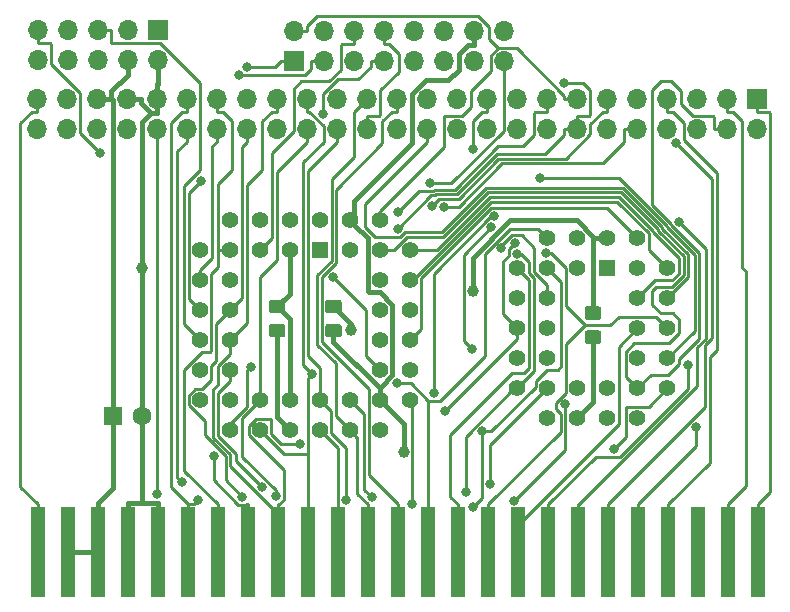
<source format=gbr>
G04 #@! TF.GenerationSoftware,KiCad,Pcbnew,5.1.5+dfsg1-2build2*
G04 #@! TF.CreationDate,2021-12-26T10:41:42+01:00*
G04 #@! TF.ProjectId,MSX USB Drive,4d535820-5553-4422-9044-726976652e6b,rev?*
G04 #@! TF.SameCoordinates,Original*
G04 #@! TF.FileFunction,Copper,L2,Bot*
G04 #@! TF.FilePolarity,Positive*
%FSLAX46Y46*%
G04 Gerber Fmt 4.6, Leading zero omitted, Abs format (unit mm)*
G04 Created by KiCad (PCBNEW 5.1.5+dfsg1-2build2) date 2021-12-26 10:41:42*
%MOMM*%
%LPD*%
G04 APERTURE LIST*
%ADD10O,1.700000X1.700000*%
%ADD11R,1.700000X1.700000*%
%ADD12C,1.600000*%
%ADD13R,1.600000X1.600000*%
%ADD14C,1.422400*%
%ADD15R,1.422400X1.422400*%
%ADD16C,1.397000*%
%ADD17R,1.397000X1.397000*%
%ADD18R,1.270000X7.620000*%
%ADD19C,0.100000*%
%ADD20C,1.000000*%
%ADD21C,0.800000*%
%ADD22C,0.400000*%
%ADD23C,0.250000*%
G04 APERTURE END LIST*
D10*
X614616000Y702437000D03*
X614616000Y704977000D03*
X617156000Y702437000D03*
X617156000Y704977000D03*
X619696000Y702437000D03*
X619696000Y704977000D03*
X622236000Y702437000D03*
X622236000Y704977000D03*
X624776000Y702437000D03*
X624776000Y704977000D03*
X627316000Y702437000D03*
X627316000Y704977000D03*
X629856000Y702437000D03*
X629856000Y704977000D03*
X632396000Y702437000D03*
X632396000Y704977000D03*
X634936000Y702437000D03*
X634936000Y704977000D03*
X637476000Y702437000D03*
X637476000Y704977000D03*
X640016000Y702437000D03*
X640016000Y704977000D03*
X642556000Y702437000D03*
X642556000Y704977000D03*
X645096000Y702437000D03*
X645096000Y704977000D03*
X647636000Y702437000D03*
X647636000Y704977000D03*
X650176000Y702437000D03*
X650176000Y704977000D03*
X652716000Y702437000D03*
X652716000Y704977000D03*
X655256000Y702437000D03*
X655256000Y704977000D03*
X657796000Y702437000D03*
X657796000Y704977000D03*
X660336000Y702437000D03*
X660336000Y704977000D03*
X662876000Y702437000D03*
X662876000Y704977000D03*
X665416000Y702437000D03*
X665416000Y704977000D03*
X667956000Y702437000D03*
X667956000Y704977000D03*
X670496000Y702437000D03*
X670496000Y704977000D03*
X673036000Y702437000D03*
X673036000Y704977000D03*
X675576000Y702437000D03*
D11*
X675576000Y704977000D03*
D12*
X623530000Y678116000D03*
D13*
X621030000Y678116000D03*
D14*
X667956000Y690626000D03*
X667956000Y688086000D03*
X667956000Y685546000D03*
X667956000Y683006000D03*
X665416000Y688086000D03*
X665416000Y685546000D03*
X665416000Y683006000D03*
X665416000Y680466000D03*
X665416000Y677926000D03*
X662876000Y677926000D03*
X660336000Y677926000D03*
X657796000Y677926000D03*
X667956000Y680466000D03*
X662876000Y680466000D03*
X660336000Y680466000D03*
X657796000Y680466000D03*
X655256000Y680466000D03*
X655256000Y683006000D03*
X655256000Y685546000D03*
X655256000Y688086000D03*
X655256000Y690626000D03*
X657796000Y683006000D03*
X657796000Y685546000D03*
X657796000Y688086000D03*
X657796000Y690626000D03*
X665416000Y693166000D03*
X662876000Y693166000D03*
X657796000Y693166000D03*
X660336000Y693166000D03*
X665416000Y690626000D03*
X660336000Y690626000D03*
D15*
X662876000Y690626000D03*
D16*
X638556000Y694690000D03*
X641096000Y692150000D03*
X641096000Y694690000D03*
X643636000Y692150000D03*
X643636000Y694690000D03*
X646176000Y692150000D03*
X643636000Y689610000D03*
X646176000Y689610000D03*
X643636000Y687070000D03*
X646176000Y687070000D03*
X643636000Y684530000D03*
X646176000Y684530000D03*
X643636000Y681990000D03*
X646176000Y681990000D03*
X643636000Y679450000D03*
X646176000Y679450000D03*
X643636000Y676910000D03*
X641096000Y679450000D03*
X641096000Y676910000D03*
X638556000Y679450000D03*
X638556000Y676910000D03*
X636016000Y679450000D03*
X636016000Y676910000D03*
X633476000Y679450000D03*
X633476000Y676910000D03*
X630936000Y679450000D03*
X630936000Y676910000D03*
X628396000Y679450000D03*
X630936000Y681990000D03*
X628396000Y681990000D03*
X630936000Y684530000D03*
X628396000Y684530000D03*
X630936000Y687070000D03*
X628396000Y687070000D03*
X630936000Y689610000D03*
X628396000Y689610000D03*
X630936000Y692150000D03*
X628396000Y692150000D03*
X630936000Y694690000D03*
X633476000Y692150000D03*
X633476000Y694690000D03*
X636016000Y692150000D03*
X636016000Y694690000D03*
D17*
X638556000Y692150000D03*
D11*
X636334000Y708152000D03*
D10*
X636334000Y710692000D03*
X638874000Y708152000D03*
X638874000Y710692000D03*
X641414000Y708152000D03*
X641414000Y710692000D03*
X643954000Y708152000D03*
X643954000Y710692000D03*
X646494000Y708152000D03*
X646494000Y710692000D03*
X649034000Y708152000D03*
X649034000Y710692000D03*
X651574000Y708152000D03*
X651574000Y710692000D03*
X654114000Y708152000D03*
X654114000Y710692000D03*
D11*
X624840000Y710756000D03*
D10*
X624840000Y708216000D03*
X622300000Y710756000D03*
X622300000Y708216000D03*
X619760000Y710756000D03*
X619760000Y708216000D03*
X617220000Y710756000D03*
X617220000Y708216000D03*
X614680000Y710756000D03*
X614680000Y708216000D03*
D18*
X617220000Y666560000D03*
X619760000Y666560000D03*
X675640000Y666560000D03*
X673100000Y666560000D03*
X662940000Y666560000D03*
X665480000Y666560000D03*
X657860000Y666560000D03*
X670560000Y666560000D03*
X668020000Y666560000D03*
X660400000Y666560000D03*
X642620000Y666560000D03*
X640080000Y666560000D03*
X637540000Y666560000D03*
X650240000Y666560000D03*
X655320000Y666560000D03*
X652780000Y666560000D03*
X647700000Y666560000D03*
X645160000Y666560000D03*
X635000000Y666560000D03*
X632460000Y666560000D03*
X629920000Y666560000D03*
X627380000Y666560000D03*
X622300000Y666560000D03*
X624840000Y666560000D03*
X614680000Y666560000D03*
G04 #@! TA.AperFunction,SMDPad,CuDef*
D19*
G36*
X635410505Y687960796D02*
G01*
X635434773Y687957196D01*
X635458572Y687951235D01*
X635481671Y687942970D01*
X635503850Y687932480D01*
X635524893Y687919868D01*
X635544599Y687905253D01*
X635562777Y687888777D01*
X635579253Y687870599D01*
X635593868Y687850893D01*
X635606480Y687829850D01*
X635616970Y687807671D01*
X635625235Y687784572D01*
X635631196Y687760773D01*
X635634796Y687736505D01*
X635636000Y687712001D01*
X635636000Y687061999D01*
X635634796Y687037495D01*
X635631196Y687013227D01*
X635625235Y686989428D01*
X635616970Y686966329D01*
X635606480Y686944150D01*
X635593868Y686923107D01*
X635579253Y686903401D01*
X635562777Y686885223D01*
X635544599Y686868747D01*
X635524893Y686854132D01*
X635503850Y686841520D01*
X635481671Y686831030D01*
X635458572Y686822765D01*
X635434773Y686816804D01*
X635410505Y686813204D01*
X635386001Y686812000D01*
X634485999Y686812000D01*
X634461495Y686813204D01*
X634437227Y686816804D01*
X634413428Y686822765D01*
X634390329Y686831030D01*
X634368150Y686841520D01*
X634347107Y686854132D01*
X634327401Y686868747D01*
X634309223Y686885223D01*
X634292747Y686903401D01*
X634278132Y686923107D01*
X634265520Y686944150D01*
X634255030Y686966329D01*
X634246765Y686989428D01*
X634240804Y687013227D01*
X634237204Y687037495D01*
X634236000Y687061999D01*
X634236000Y687712001D01*
X634237204Y687736505D01*
X634240804Y687760773D01*
X634246765Y687784572D01*
X634255030Y687807671D01*
X634265520Y687829850D01*
X634278132Y687850893D01*
X634292747Y687870599D01*
X634309223Y687888777D01*
X634327401Y687905253D01*
X634347107Y687919868D01*
X634368150Y687932480D01*
X634390329Y687942970D01*
X634413428Y687951235D01*
X634437227Y687957196D01*
X634461495Y687960796D01*
X634485999Y687962000D01*
X635386001Y687962000D01*
X635410505Y687960796D01*
G37*
G04 #@! TD.AperFunction*
G04 #@! TA.AperFunction,SMDPad,CuDef*
G36*
X635410505Y685910796D02*
G01*
X635434773Y685907196D01*
X635458572Y685901235D01*
X635481671Y685892970D01*
X635503850Y685882480D01*
X635524893Y685869868D01*
X635544599Y685855253D01*
X635562777Y685838777D01*
X635579253Y685820599D01*
X635593868Y685800893D01*
X635606480Y685779850D01*
X635616970Y685757671D01*
X635625235Y685734572D01*
X635631196Y685710773D01*
X635634796Y685686505D01*
X635636000Y685662001D01*
X635636000Y685011999D01*
X635634796Y684987495D01*
X635631196Y684963227D01*
X635625235Y684939428D01*
X635616970Y684916329D01*
X635606480Y684894150D01*
X635593868Y684873107D01*
X635579253Y684853401D01*
X635562777Y684835223D01*
X635544599Y684818747D01*
X635524893Y684804132D01*
X635503850Y684791520D01*
X635481671Y684781030D01*
X635458572Y684772765D01*
X635434773Y684766804D01*
X635410505Y684763204D01*
X635386001Y684762000D01*
X634485999Y684762000D01*
X634461495Y684763204D01*
X634437227Y684766804D01*
X634413428Y684772765D01*
X634390329Y684781030D01*
X634368150Y684791520D01*
X634347107Y684804132D01*
X634327401Y684818747D01*
X634309223Y684835223D01*
X634292747Y684853401D01*
X634278132Y684873107D01*
X634265520Y684894150D01*
X634255030Y684916329D01*
X634246765Y684939428D01*
X634240804Y684963227D01*
X634237204Y684987495D01*
X634236000Y685011999D01*
X634236000Y685662001D01*
X634237204Y685686505D01*
X634240804Y685710773D01*
X634246765Y685734572D01*
X634255030Y685757671D01*
X634265520Y685779850D01*
X634278132Y685800893D01*
X634292747Y685820599D01*
X634309223Y685838777D01*
X634327401Y685855253D01*
X634347107Y685869868D01*
X634368150Y685882480D01*
X634390329Y685892970D01*
X634413428Y685901235D01*
X634437227Y685907196D01*
X634461495Y685910796D01*
X634485999Y685912000D01*
X635386001Y685912000D01*
X635410505Y685910796D01*
G37*
G04 #@! TD.AperFunction*
G04 #@! TA.AperFunction,SMDPad,CuDef*
G36*
X640173505Y685910796D02*
G01*
X640197773Y685907196D01*
X640221572Y685901235D01*
X640244671Y685892970D01*
X640266850Y685882480D01*
X640287893Y685869868D01*
X640307599Y685855253D01*
X640325777Y685838777D01*
X640342253Y685820599D01*
X640356868Y685800893D01*
X640369480Y685779850D01*
X640379970Y685757671D01*
X640388235Y685734572D01*
X640394196Y685710773D01*
X640397796Y685686505D01*
X640399000Y685662001D01*
X640399000Y685011999D01*
X640397796Y684987495D01*
X640394196Y684963227D01*
X640388235Y684939428D01*
X640379970Y684916329D01*
X640369480Y684894150D01*
X640356868Y684873107D01*
X640342253Y684853401D01*
X640325777Y684835223D01*
X640307599Y684818747D01*
X640287893Y684804132D01*
X640266850Y684791520D01*
X640244671Y684781030D01*
X640221572Y684772765D01*
X640197773Y684766804D01*
X640173505Y684763204D01*
X640149001Y684762000D01*
X639248999Y684762000D01*
X639224495Y684763204D01*
X639200227Y684766804D01*
X639176428Y684772765D01*
X639153329Y684781030D01*
X639131150Y684791520D01*
X639110107Y684804132D01*
X639090401Y684818747D01*
X639072223Y684835223D01*
X639055747Y684853401D01*
X639041132Y684873107D01*
X639028520Y684894150D01*
X639018030Y684916329D01*
X639009765Y684939428D01*
X639003804Y684963227D01*
X639000204Y684987495D01*
X638999000Y685011999D01*
X638999000Y685662001D01*
X639000204Y685686505D01*
X639003804Y685710773D01*
X639009765Y685734572D01*
X639018030Y685757671D01*
X639028520Y685779850D01*
X639041132Y685800893D01*
X639055747Y685820599D01*
X639072223Y685838777D01*
X639090401Y685855253D01*
X639110107Y685869868D01*
X639131150Y685882480D01*
X639153329Y685892970D01*
X639176428Y685901235D01*
X639200227Y685907196D01*
X639224495Y685910796D01*
X639248999Y685912000D01*
X640149001Y685912000D01*
X640173505Y685910796D01*
G37*
G04 #@! TD.AperFunction*
G04 #@! TA.AperFunction,SMDPad,CuDef*
G36*
X640173505Y687960796D02*
G01*
X640197773Y687957196D01*
X640221572Y687951235D01*
X640244671Y687942970D01*
X640266850Y687932480D01*
X640287893Y687919868D01*
X640307599Y687905253D01*
X640325777Y687888777D01*
X640342253Y687870599D01*
X640356868Y687850893D01*
X640369480Y687829850D01*
X640379970Y687807671D01*
X640388235Y687784572D01*
X640394196Y687760773D01*
X640397796Y687736505D01*
X640399000Y687712001D01*
X640399000Y687061999D01*
X640397796Y687037495D01*
X640394196Y687013227D01*
X640388235Y686989428D01*
X640379970Y686966329D01*
X640369480Y686944150D01*
X640356868Y686923107D01*
X640342253Y686903401D01*
X640325777Y686885223D01*
X640307599Y686868747D01*
X640287893Y686854132D01*
X640266850Y686841520D01*
X640244671Y686831030D01*
X640221572Y686822765D01*
X640197773Y686816804D01*
X640173505Y686813204D01*
X640149001Y686812000D01*
X639248999Y686812000D01*
X639224495Y686813204D01*
X639200227Y686816804D01*
X639176428Y686822765D01*
X639153329Y686831030D01*
X639131150Y686841520D01*
X639110107Y686854132D01*
X639090401Y686868747D01*
X639072223Y686885223D01*
X639055747Y686903401D01*
X639041132Y686923107D01*
X639028520Y686944150D01*
X639018030Y686966329D01*
X639009765Y686989428D01*
X639003804Y687013227D01*
X639000204Y687037495D01*
X638999000Y687061999D01*
X638999000Y687712001D01*
X639000204Y687736505D01*
X639003804Y687760773D01*
X639009765Y687784572D01*
X639018030Y687807671D01*
X639028520Y687829850D01*
X639041132Y687850893D01*
X639055747Y687870599D01*
X639072223Y687888777D01*
X639090401Y687905253D01*
X639110107Y687919868D01*
X639131150Y687932480D01*
X639153329Y687942970D01*
X639176428Y687951235D01*
X639200227Y687957196D01*
X639224495Y687960796D01*
X639248999Y687962000D01*
X640149001Y687962000D01*
X640173505Y687960796D01*
G37*
G04 #@! TD.AperFunction*
G04 #@! TA.AperFunction,SMDPad,CuDef*
G36*
X662144505Y687407796D02*
G01*
X662168773Y687404196D01*
X662192572Y687398235D01*
X662215671Y687389970D01*
X662237850Y687379480D01*
X662258893Y687366868D01*
X662278599Y687352253D01*
X662296777Y687335777D01*
X662313253Y687317599D01*
X662327868Y687297893D01*
X662340480Y687276850D01*
X662350970Y687254671D01*
X662359235Y687231572D01*
X662365196Y687207773D01*
X662368796Y687183505D01*
X662370000Y687159001D01*
X662370000Y686508999D01*
X662368796Y686484495D01*
X662365196Y686460227D01*
X662359235Y686436428D01*
X662350970Y686413329D01*
X662340480Y686391150D01*
X662327868Y686370107D01*
X662313253Y686350401D01*
X662296777Y686332223D01*
X662278599Y686315747D01*
X662258893Y686301132D01*
X662237850Y686288520D01*
X662215671Y686278030D01*
X662192572Y686269765D01*
X662168773Y686263804D01*
X662144505Y686260204D01*
X662120001Y686259000D01*
X661219999Y686259000D01*
X661195495Y686260204D01*
X661171227Y686263804D01*
X661147428Y686269765D01*
X661124329Y686278030D01*
X661102150Y686288520D01*
X661081107Y686301132D01*
X661061401Y686315747D01*
X661043223Y686332223D01*
X661026747Y686350401D01*
X661012132Y686370107D01*
X660999520Y686391150D01*
X660989030Y686413329D01*
X660980765Y686436428D01*
X660974804Y686460227D01*
X660971204Y686484495D01*
X660970000Y686508999D01*
X660970000Y687159001D01*
X660971204Y687183505D01*
X660974804Y687207773D01*
X660980765Y687231572D01*
X660989030Y687254671D01*
X660999520Y687276850D01*
X661012132Y687297893D01*
X661026747Y687317599D01*
X661043223Y687335777D01*
X661061401Y687352253D01*
X661081107Y687366868D01*
X661102150Y687379480D01*
X661124329Y687389970D01*
X661147428Y687398235D01*
X661171227Y687404196D01*
X661195495Y687407796D01*
X661219999Y687409000D01*
X662120001Y687409000D01*
X662144505Y687407796D01*
G37*
G04 #@! TD.AperFunction*
G04 #@! TA.AperFunction,SMDPad,CuDef*
G36*
X662144505Y685357796D02*
G01*
X662168773Y685354196D01*
X662192572Y685348235D01*
X662215671Y685339970D01*
X662237850Y685329480D01*
X662258893Y685316868D01*
X662278599Y685302253D01*
X662296777Y685285777D01*
X662313253Y685267599D01*
X662327868Y685247893D01*
X662340480Y685226850D01*
X662350970Y685204671D01*
X662359235Y685181572D01*
X662365196Y685157773D01*
X662368796Y685133505D01*
X662370000Y685109001D01*
X662370000Y684458999D01*
X662368796Y684434495D01*
X662365196Y684410227D01*
X662359235Y684386428D01*
X662350970Y684363329D01*
X662340480Y684341150D01*
X662327868Y684320107D01*
X662313253Y684300401D01*
X662296777Y684282223D01*
X662278599Y684265747D01*
X662258893Y684251132D01*
X662237850Y684238520D01*
X662215671Y684228030D01*
X662192572Y684219765D01*
X662168773Y684213804D01*
X662144505Y684210204D01*
X662120001Y684209000D01*
X661219999Y684209000D01*
X661195495Y684210204D01*
X661171227Y684213804D01*
X661147428Y684219765D01*
X661124329Y684228030D01*
X661102150Y684238520D01*
X661081107Y684251132D01*
X661061401Y684265747D01*
X661043223Y684282223D01*
X661026747Y684300401D01*
X661012132Y684320107D01*
X660999520Y684341150D01*
X660989030Y684363329D01*
X660980765Y684386428D01*
X660974804Y684410227D01*
X660971204Y684434495D01*
X660970000Y684458999D01*
X660970000Y685109001D01*
X660971204Y685133505D01*
X660974804Y685157773D01*
X660980765Y685181572D01*
X660989030Y685204671D01*
X660999520Y685226850D01*
X661012132Y685247893D01*
X661026747Y685267599D01*
X661043223Y685285777D01*
X661061401Y685302253D01*
X661081107Y685316868D01*
X661102150Y685329480D01*
X661124329Y685339970D01*
X661147428Y685348235D01*
X661171227Y685354196D01*
X661195495Y685357796D01*
X661219999Y685359000D01*
X662120001Y685359000D01*
X662144505Y685357796D01*
G37*
G04 #@! TD.AperFunction*
D20*
X651489000Y688653000D03*
X641228000Y685377000D03*
X645632000Y675067000D03*
X623530000Y690677000D03*
D21*
X648027000Y695907000D03*
X668729000Y701232000D03*
X668956000Y694534000D03*
X651497000Y700734000D03*
X657708000Y691896000D03*
X632682000Y682297000D03*
X645063000Y680872000D03*
X655103000Y692795000D03*
X649168000Y678537000D03*
X637888000Y681664000D03*
X636864000Y675759000D03*
X628452000Y698039000D03*
X629598000Y674764000D03*
X663459000Y675351000D03*
X628235000Y670990000D03*
X632375000Y707649000D03*
X626876000Y672490000D03*
X631677000Y706997000D03*
X638814000Y703712000D03*
X652987000Y672370000D03*
X631980000Y671253000D03*
X647868000Y697818000D03*
X655200000Y691867000D03*
X633649000Y672101000D03*
X650886000Y671653000D03*
X653895000Y692320000D03*
X634823000Y671311000D03*
X640745000Y671025000D03*
X642932000Y671232000D03*
X653068000Y694086000D03*
X651423000Y683756000D03*
X653284000Y695014000D03*
X648229000Y680050000D03*
X646384000Y670622000D03*
X652277000Y676802000D03*
X651502000Y670420000D03*
X657220000Y698286000D03*
X659320000Y679099000D03*
X655028000Y670914000D03*
X645129000Y693941000D03*
X659192000Y706336000D03*
X649057000Y695847000D03*
X639638000Y689896000D03*
X619940000Y700367000D03*
X669696000Y682470000D03*
X645197000Y695388000D03*
X670428000Y677176000D03*
X624765000Y671472000D03*
D22*
X661670000Y693166000D02*
X661670000Y693304000D01*
X661670000Y693304000D02*
X660299000Y694675000D01*
X660299000Y694675000D02*
X654688000Y694675000D01*
X654688000Y694675000D02*
X651489000Y691476000D01*
X651489000Y691476000D02*
X651489000Y688653000D01*
X661670000Y693166000D02*
X662876000Y693166000D01*
X661670000Y693166000D02*
X661670000Y686834000D01*
X636016000Y679450000D02*
X636016000Y686307000D01*
X636016000Y686307000D02*
X634936000Y687387000D01*
X639699000Y687387000D02*
X641228000Y685858000D01*
X641228000Y685858000D02*
X641228000Y685377000D01*
X636016000Y692150000D02*
X636016000Y688467000D01*
X636016000Y688467000D02*
X634936000Y687387000D01*
X621030000Y678116000D02*
X621030000Y704844000D01*
X621030000Y704844000D02*
X620897000Y704977000D01*
X619760000Y666560000D02*
X619760000Y670721000D01*
X621030000Y678116000D02*
X621030000Y671991000D01*
X621030000Y671991000D02*
X619760000Y670721000D01*
X619696000Y704977000D02*
X620897000Y704977000D01*
X622300000Y708216000D02*
X622300000Y707015000D01*
X622300000Y707015000D02*
X620897000Y705612000D01*
X620897000Y705612000D02*
X620897000Y704977000D01*
X619760000Y666560000D02*
X617220000Y666560000D01*
X651574000Y709491000D02*
X651075000Y709491000D01*
X651075000Y709491000D02*
X650304000Y708720000D01*
X650304000Y708720000D02*
X650304000Y707429000D01*
X650304000Y707429000D02*
X649438000Y706563000D01*
X649438000Y706563000D02*
X647551000Y706563000D01*
X647551000Y706563000D02*
X646366000Y705378000D01*
X646366000Y705378000D02*
X646366000Y701192000D01*
X646366000Y701192000D02*
X641466000Y696292000D01*
X641466000Y696292000D02*
X641466000Y694690000D01*
X643636000Y680587000D02*
X643718000Y680587000D01*
X643718000Y680587000D02*
X644698000Y681567000D01*
X644698000Y681567000D02*
X644698000Y687508000D01*
X644698000Y687508000D02*
X643623000Y688583000D01*
X643623000Y688583000D02*
X642714000Y688583000D01*
X642714000Y688583000D02*
X642598000Y688699000D01*
X642598000Y688699000D02*
X642598000Y693188000D01*
X642598000Y693188000D02*
X641466000Y694320000D01*
X641466000Y694320000D02*
X641466000Y694690000D01*
X641466000Y694690000D02*
X641096000Y694690000D01*
X651574000Y710692000D02*
X651574000Y709491000D01*
X639699000Y685337000D02*
X639699000Y684410000D01*
X639699000Y684410000D02*
X643522000Y680587000D01*
X643522000Y680587000D02*
X643636000Y680587000D01*
X643636000Y680587000D02*
X643636000Y679450000D01*
X645632000Y675067000D02*
X645632000Y677454000D01*
X645632000Y677454000D02*
X643636000Y679450000D01*
X636016000Y676910000D02*
X634936000Y677990000D01*
X634936000Y677990000D02*
X634936000Y685337000D01*
X623530000Y690677000D02*
X623530000Y703029000D01*
X623530000Y703029000D02*
X624277000Y703776000D01*
X623530000Y678116000D02*
X623530000Y690677000D01*
X623530000Y670721000D02*
X623530000Y678116000D01*
X624277000Y703776000D02*
X624776000Y703776000D01*
X623437000Y704977000D02*
X623437000Y704616000D01*
X623437000Y704616000D02*
X624277000Y703776000D01*
X622236000Y704977000D02*
X623437000Y704977000D01*
X624776000Y704977000D02*
X624776000Y703776000D01*
X660336000Y677926000D02*
X661670000Y679260000D01*
X661670000Y679260000D02*
X661670000Y684784000D01*
X623530000Y670721000D02*
X622300000Y670721000D01*
X624840000Y670721000D02*
X623530000Y670721000D01*
X624776000Y704977000D02*
X624776000Y706178000D01*
X624840000Y708216000D02*
X624840000Y706242000D01*
X624840000Y706242000D02*
X624776000Y706178000D01*
X622300000Y666560000D02*
X622300000Y670721000D01*
X624840000Y666560000D02*
X624840000Y670721000D01*
D23*
X648027000Y695907000D02*
X648633000Y696513000D01*
X648633000Y696513000D02*
X650298000Y696513000D01*
X650298000Y696513000D02*
X653665000Y699880000D01*
X653665000Y699880000D02*
X659373000Y699880000D01*
X659373000Y699880000D02*
X661456000Y701963000D01*
X661456000Y701963000D02*
X661456000Y702835000D01*
X661456000Y702835000D02*
X662496000Y703875000D01*
X662496000Y703875000D02*
X662876000Y703875000D01*
X662940000Y670622000D02*
X671182000Y678864000D01*
X671182000Y678864000D02*
X671182000Y684094000D01*
X671182000Y684094000D02*
X671789000Y684701000D01*
X671789000Y684701000D02*
X671789000Y698172000D01*
X671789000Y698172000D02*
X668729000Y701232000D01*
X662876000Y704977000D02*
X662876000Y703875000D01*
X662940000Y666560000D02*
X662940000Y670622000D01*
X653658000Y709254000D02*
X653012000Y708608000D01*
X653012000Y708608000D02*
X653012000Y707300000D01*
X653012000Y707300000D02*
X651309000Y705597000D01*
X651309000Y705597000D02*
X651309000Y704284000D01*
X651309000Y704284000D02*
X650565000Y703540000D01*
X650565000Y703540000D02*
X649122000Y703540000D01*
X649122000Y703540000D02*
X649073000Y703491000D01*
X649073000Y703491000D02*
X649073000Y700918000D01*
X649073000Y700918000D02*
X643636000Y695481000D01*
X643636000Y695481000D02*
X643636000Y694690000D01*
X659234000Y704977000D02*
X659234000Y705235000D01*
X659234000Y705235000D02*
X655215000Y709254000D01*
X655215000Y709254000D02*
X653658000Y709254000D01*
X653658000Y709254000D02*
X652844000Y710068000D01*
X652844000Y710068000D02*
X652844000Y711083000D01*
X652844000Y711083000D02*
X651937000Y711990000D01*
X651937000Y711990000D02*
X638276000Y711990000D01*
X638276000Y711990000D02*
X637436000Y711150000D01*
X637436000Y711150000D02*
X637436000Y710692000D01*
X636334000Y710692000D02*
X637436000Y710692000D01*
X660336000Y704977000D02*
X659234000Y704977000D01*
X660400000Y670622000D02*
X660457000Y670622000D01*
X660457000Y670622000D02*
X670470000Y680635000D01*
X670470000Y680635000D02*
X670470000Y683916000D01*
X670470000Y683916000D02*
X671224000Y684670000D01*
X671224000Y684670000D02*
X671224000Y692266000D01*
X671224000Y692266000D02*
X668956000Y694534000D01*
X660400000Y666560000D02*
X660400000Y670622000D01*
X655320000Y666560000D02*
X655320000Y668903000D01*
X655320000Y668903000D02*
X663861000Y677444000D01*
X663861000Y677444000D02*
X663861000Y683991000D01*
X663861000Y683991000D02*
X665416000Y685546000D01*
X660975000Y685809000D02*
X663133000Y685809000D01*
X663133000Y685809000D02*
X663849000Y686525000D01*
X663849000Y686525000D02*
X666977000Y686525000D01*
X666977000Y686525000D02*
X667956000Y685546000D01*
X652780000Y670622000D02*
X658942000Y676784000D01*
X658942000Y676784000D02*
X658942000Y678240000D01*
X658942000Y678240000D02*
X658504000Y678678000D01*
X658504000Y678678000D02*
X658504000Y679217000D01*
X658504000Y679217000D02*
X659366000Y680079000D01*
X659366000Y680079000D02*
X659366000Y684200000D01*
X659366000Y684200000D02*
X660975000Y685809000D01*
X660975000Y685809000D02*
X659372000Y687412000D01*
X659372000Y687412000D02*
X659372000Y690678000D01*
X659372000Y690678000D02*
X658154000Y691896000D01*
X658154000Y691896000D02*
X657708000Y691896000D01*
X652716000Y704977000D02*
X652716000Y703875000D01*
X651497000Y700734000D02*
X651497000Y703114000D01*
X651497000Y703114000D02*
X652258000Y703875000D01*
X652258000Y703875000D02*
X652716000Y703875000D01*
X652780000Y666560000D02*
X652780000Y670622000D01*
X655256000Y690626000D02*
X656291000Y689591000D01*
X656291000Y689591000D02*
X656291000Y682167000D01*
X656291000Y682167000D02*
X655860000Y681736000D01*
X655860000Y681736000D02*
X654821000Y681736000D01*
X654821000Y681736000D02*
X649586000Y676501000D01*
X649586000Y676501000D02*
X649586000Y671276000D01*
X649586000Y671276000D02*
X650240000Y670622000D01*
X632682000Y682297000D02*
X632395000Y682010000D01*
X632395000Y682010000D02*
X632395000Y678903000D01*
X632395000Y678903000D02*
X630936000Y677444000D01*
X630936000Y677444000D02*
X630936000Y676910000D01*
X650240000Y666560000D02*
X650240000Y670622000D01*
X657796000Y693166000D02*
X656980000Y693982000D01*
X656980000Y693982000D02*
X654635000Y693982000D01*
X654635000Y693982000D02*
X652499000Y691846000D01*
X652499000Y691846000D02*
X652499000Y683215000D01*
X652499000Y683215000D02*
X648682000Y679398000D01*
X648682000Y679398000D02*
X647700000Y679398000D01*
X647700000Y679398000D02*
X646227000Y680871000D01*
X646227000Y680871000D02*
X645063000Y680871000D01*
X645063000Y680871000D02*
X645063000Y680872000D01*
X647700000Y666560000D02*
X647700000Y679398000D01*
X642620000Y666560000D02*
X642620000Y670622000D01*
X642620000Y670622000D02*
X641733000Y671509000D01*
X641733000Y671509000D02*
X641733000Y676273000D01*
X641733000Y676273000D02*
X641096000Y676910000D01*
X641096000Y676910000D02*
X639885000Y678121000D01*
X639885000Y678121000D02*
X639885000Y682555000D01*
X639885000Y682555000D02*
X638343000Y684097000D01*
X638343000Y684097000D02*
X638343000Y690057000D01*
X638343000Y690057000D02*
X639544000Y691258000D01*
X639544000Y691258000D02*
X639544000Y698196000D01*
X639544000Y698196000D02*
X641404000Y700056000D01*
X641404000Y700056000D02*
X641404000Y703825000D01*
X641404000Y703825000D02*
X642556000Y704977000D01*
X655103000Y692795000D02*
X654548000Y692240000D01*
X654548000Y692240000D02*
X654548000Y691696000D01*
X654548000Y691696000D02*
X654049000Y691197000D01*
X654049000Y691197000D02*
X654049000Y686753000D01*
X654049000Y686753000D02*
X655256000Y685546000D01*
X655256000Y685546000D02*
X655256000Y684625000D01*
X655256000Y684625000D02*
X649168000Y678537000D01*
X638556000Y676910000D02*
X640080000Y675386000D01*
X640080000Y675386000D02*
X640080000Y666560000D01*
X637888000Y681664000D02*
X637148000Y682404000D01*
X637148000Y682404000D02*
X637148000Y699586000D01*
X637148000Y699586000D02*
X638881000Y701319000D01*
X638881000Y701319000D02*
X638881000Y702658000D01*
X638881000Y702658000D02*
X637664000Y703875000D01*
X637664000Y703875000D02*
X637476000Y703875000D01*
X637540000Y674904000D02*
X637540000Y681316000D01*
X637540000Y681316000D02*
X637888000Y681664000D01*
X637540000Y666560000D02*
X637540000Y674904000D01*
X633476000Y676910000D02*
X635482000Y674904000D01*
X635482000Y674904000D02*
X637540000Y674904000D01*
X637476000Y704977000D02*
X637476000Y703875000D01*
X630936000Y684530000D02*
X630936000Y683336000D01*
X630936000Y683336000D02*
X629914000Y682314000D01*
X629914000Y682314000D02*
X629914000Y680748000D01*
X629914000Y680748000D02*
X629537000Y680371000D01*
X629537000Y680371000D02*
X629537000Y676284000D01*
X629537000Y676284000D02*
X630955000Y674866000D01*
X630955000Y674866000D02*
X630955000Y673846000D01*
X630955000Y673846000D02*
X635000000Y669801000D01*
X635000000Y669801000D02*
X635000000Y670622000D01*
X635000000Y666560000D02*
X635000000Y669801000D01*
X635000000Y670622000D02*
X635057000Y670622000D01*
X635057000Y670622000D02*
X635475000Y671040000D01*
X635475000Y671040000D02*
X635475000Y673567000D01*
X635475000Y673567000D02*
X632525000Y676517000D01*
X632525000Y676517000D02*
X632525000Y677303000D01*
X632525000Y677303000D02*
X633112000Y677890000D01*
X633112000Y677890000D02*
X634358000Y677890000D01*
X634358000Y677890000D02*
X634430000Y677818000D01*
X634430000Y677818000D02*
X634430000Y676618000D01*
X634430000Y676618000D02*
X635289000Y675759000D01*
X635289000Y675759000D02*
X636864000Y675759000D01*
X630936000Y684530000D02*
X632397000Y685991000D01*
X632397000Y685991000D02*
X632397000Y697654000D01*
X632397000Y697654000D02*
X633666000Y698923000D01*
X633666000Y698923000D02*
X633666000Y703063000D01*
X633666000Y703063000D02*
X634478000Y703875000D01*
X634478000Y703875000D02*
X634936000Y703875000D01*
X634936000Y704977000D02*
X634936000Y703875000D01*
X628396000Y687070000D02*
X627444000Y688022000D01*
X627444000Y688022000D02*
X627444000Y697031000D01*
X627444000Y697031000D02*
X628452000Y698039000D01*
X629598000Y674764000D02*
X629598000Y672658000D01*
X629598000Y672658000D02*
X631655000Y670601000D01*
X631655000Y670601000D02*
X631710000Y670601000D01*
X631710000Y670601000D02*
X631725000Y670586000D01*
X631725000Y670586000D02*
X632266000Y670586000D01*
X632266000Y670586000D02*
X632302000Y670622000D01*
X632302000Y670622000D02*
X632460000Y670622000D01*
X632460000Y666560000D02*
X632460000Y670622000D01*
X629921000Y692150000D02*
X629921000Y690703000D01*
X629921000Y690703000D02*
X629348000Y690130000D01*
X629348000Y690130000D02*
X629348000Y683620000D01*
X629348000Y683620000D02*
X629276000Y683548000D01*
X629276000Y683548000D02*
X628576000Y683548000D01*
X628576000Y683548000D02*
X627068000Y682040000D01*
X627068000Y682040000D02*
X627068000Y673474000D01*
X627068000Y673474000D02*
X629920000Y670622000D01*
X629921000Y692150000D02*
X629921000Y697718000D01*
X629921000Y697718000D02*
X631126000Y698923000D01*
X631126000Y698923000D02*
X631126000Y703063000D01*
X631126000Y703063000D02*
X630314000Y703875000D01*
X630314000Y703875000D02*
X629856000Y703875000D01*
X629921000Y692150000D02*
X630936000Y692150000D01*
X629856000Y704977000D02*
X629856000Y703875000D01*
X629920000Y666560000D02*
X629920000Y670622000D01*
X627380000Y670622000D02*
X627867000Y670622000D01*
X627867000Y670622000D02*
X628235000Y670990000D01*
X627316000Y703875000D02*
X626858000Y703875000D01*
X626858000Y703875000D02*
X625924000Y702941000D01*
X625924000Y702941000D02*
X625924000Y672078000D01*
X625924000Y672078000D02*
X627380000Y670622000D01*
X667956000Y680466000D02*
X666398000Y678908000D01*
X666398000Y678908000D02*
X664524000Y678908000D01*
X664524000Y678908000D02*
X664452000Y678836000D01*
X664452000Y678836000D02*
X664452000Y676344000D01*
X664452000Y676344000D02*
X663459000Y675351000D01*
X636334000Y708152000D02*
X635232000Y708152000D01*
X635232000Y708152000D02*
X634729000Y707649000D01*
X634729000Y707649000D02*
X632375000Y707649000D01*
X627316000Y704977000D02*
X627316000Y703875000D01*
X627380000Y666560000D02*
X627380000Y670622000D01*
X627316000Y702437000D02*
X627316000Y701335000D01*
X627316000Y701335000D02*
X626496000Y700515000D01*
X626496000Y700515000D02*
X626496000Y672870000D01*
X626496000Y672870000D02*
X626876000Y672490000D01*
X638874000Y708152000D02*
X637772000Y708152000D01*
X631677000Y706997000D02*
X637311000Y706997000D01*
X637311000Y706997000D02*
X637772000Y707458000D01*
X637772000Y707458000D02*
X637772000Y708152000D01*
X629856000Y702437000D02*
X629856000Y701335000D01*
X628396000Y689610000D02*
X628396000Y690450000D01*
X628396000Y690450000D02*
X629459000Y691513000D01*
X629459000Y691513000D02*
X629459000Y700938000D01*
X629459000Y700938000D02*
X629856000Y701335000D01*
X642852000Y708152000D02*
X642852000Y707694000D01*
X642852000Y707694000D02*
X641783000Y706625000D01*
X641783000Y706625000D02*
X640054000Y706625000D01*
X640054000Y706625000D02*
X638814000Y705385000D01*
X638814000Y705385000D02*
X638814000Y703712000D01*
X643954000Y708152000D02*
X642852000Y708152000D01*
X632396000Y702437000D02*
X632396000Y701335000D01*
X630936000Y687070000D02*
X631939000Y688073000D01*
X631939000Y688073000D02*
X631939000Y700878000D01*
X631939000Y700878000D02*
X632396000Y701335000D01*
X631980000Y671253000D02*
X630578000Y672655000D01*
X630578000Y672655000D02*
X630578000Y674709000D01*
X630578000Y674709000D02*
X628795000Y676492000D01*
X628795000Y676492000D02*
X628795000Y677708000D01*
X628795000Y677708000D02*
X628794000Y677708000D01*
X628794000Y677708000D02*
X627445000Y679057000D01*
X627445000Y679057000D02*
X627445000Y679843000D01*
X627445000Y679843000D02*
X628003000Y680401000D01*
X628003000Y680401000D02*
X628555000Y680401000D01*
X628555000Y680401000D02*
X629349000Y681195000D01*
X629349000Y681195000D02*
X629349000Y682368000D01*
X629349000Y682368000D02*
X629726000Y682745000D01*
X629726000Y682745000D02*
X629726000Y685860000D01*
X629726000Y685860000D02*
X630936000Y687070000D01*
X657796000Y680466000D02*
X652987000Y675657000D01*
X652987000Y675657000D02*
X652987000Y672370000D01*
X647868000Y697818000D02*
X649657000Y697818000D01*
X649657000Y697818000D02*
X654114000Y702275000D01*
X654114000Y702275000D02*
X654114000Y708152000D01*
X655256000Y680466000D02*
X656669000Y681879000D01*
X656669000Y681879000D02*
X656669000Y689802000D01*
X656669000Y689802000D02*
X656289000Y690182000D01*
X656289000Y690182000D02*
X656289000Y691155000D01*
X656289000Y691155000D02*
X655577000Y691867000D01*
X655577000Y691867000D02*
X655200000Y691867000D01*
X633649000Y672101000D02*
X631467000Y674283000D01*
X631467000Y674283000D02*
X631467000Y674889000D01*
X631467000Y674889000D02*
X629914000Y676442000D01*
X629914000Y676442000D02*
X629914000Y680024000D01*
X629914000Y680024000D02*
X630936000Y681046000D01*
X630936000Y681046000D02*
X630936000Y681990000D01*
X650886000Y671653000D02*
X650886000Y676333000D01*
X650886000Y676333000D02*
X655019000Y680466000D01*
X655019000Y680466000D02*
X655256000Y680466000D01*
X657796000Y688086000D02*
X657796000Y689210000D01*
X657796000Y689210000D02*
X656718000Y690288000D01*
X656718000Y690288000D02*
X656718000Y692351000D01*
X656718000Y692351000D02*
X655622000Y693447000D01*
X655622000Y693447000D02*
X654833000Y693447000D01*
X654833000Y693447000D02*
X653895000Y692509000D01*
X653895000Y692509000D02*
X653895000Y692320000D01*
X634823000Y671311000D02*
X634823000Y671849000D01*
X634823000Y671849000D02*
X631995000Y674677000D01*
X631995000Y674677000D02*
X631995000Y677969000D01*
X631995000Y677969000D02*
X633476000Y679450000D01*
X633476000Y679450000D02*
X633476000Y689870000D01*
X633476000Y689870000D02*
X634909000Y691303000D01*
X634909000Y691303000D02*
X634909000Y698768000D01*
X634909000Y698768000D02*
X637476000Y701335000D01*
X637476000Y702437000D02*
X637476000Y701335000D01*
X638556000Y679450000D02*
X638556000Y682182000D01*
X638556000Y682182000D02*
X637526000Y683212000D01*
X637526000Y683212000D02*
X637526000Y698845000D01*
X637526000Y698845000D02*
X640016000Y701335000D01*
X638556000Y679450000D02*
X639507000Y678499000D01*
X639507000Y678499000D02*
X639507000Y676633000D01*
X639507000Y676633000D02*
X640745000Y675395000D01*
X640745000Y675395000D02*
X640745000Y671025000D01*
X640016000Y702437000D02*
X640016000Y701335000D01*
X651423000Y683756000D02*
X650715000Y684464000D01*
X650715000Y684464000D02*
X650715000Y691733000D01*
X650715000Y691733000D02*
X653068000Y694086000D01*
X641096000Y679450000D02*
X642306000Y678240000D01*
X642306000Y678240000D02*
X642306000Y671858000D01*
X642306000Y671858000D02*
X642932000Y671232000D01*
X643954000Y710692000D02*
X643954000Y709590000D01*
X642556000Y702437000D02*
X642556000Y703539000D01*
X642556000Y703539000D02*
X643586000Y703539000D01*
X643586000Y703539000D02*
X643658000Y703611000D01*
X643658000Y703611000D02*
X643658000Y705695000D01*
X643658000Y705695000D02*
X645224000Y707261000D01*
X645224000Y707261000D02*
X645224000Y708778000D01*
X645224000Y708778000D02*
X644412000Y709590000D01*
X644412000Y709590000D02*
X643954000Y709590000D01*
X653284000Y695014000D02*
X653074000Y695014000D01*
X653074000Y695014000D02*
X648229000Y690169000D01*
X648229000Y690169000D02*
X648229000Y680050000D01*
X646176000Y679450000D02*
X646384000Y679242000D01*
X646384000Y679242000D02*
X646384000Y670622000D01*
X667956000Y688086000D02*
X669716000Y689846000D01*
X669716000Y689846000D02*
X669716000Y691785000D01*
X669716000Y691785000D02*
X667550000Y693951000D01*
X667550000Y693951000D02*
X667550000Y694078000D01*
X667550000Y694078000D02*
X664210000Y697418000D01*
X664210000Y697418000D02*
X652630000Y697418000D01*
X652630000Y697418000D02*
X648868000Y693656000D01*
X648868000Y693656000D02*
X645769000Y693656000D01*
X645769000Y693656000D02*
X645371000Y693258000D01*
X645371000Y693258000D02*
X643255000Y693258000D01*
X643255000Y693258000D02*
X642367000Y694146000D01*
X642367000Y694146000D02*
X642367000Y696066000D01*
X642367000Y696066000D02*
X647636000Y701335000D01*
X647636000Y702437000D02*
X647636000Y701335000D01*
X652277000Y676802000D02*
X652277000Y671195000D01*
X652277000Y671195000D02*
X651502000Y670420000D01*
X657796000Y690626000D02*
X658988000Y689434000D01*
X658988000Y689434000D02*
X658988000Y682324000D01*
X658988000Y682324000D02*
X658688000Y682024000D01*
X658688000Y682024000D02*
X657806000Y682024000D01*
X657806000Y682024000D02*
X656833000Y681051000D01*
X656833000Y681051000D02*
X656833000Y680590000D01*
X656833000Y680590000D02*
X653045000Y676802000D01*
X653045000Y676802000D02*
X652277000Y676802000D01*
X667956000Y683006000D02*
X670282000Y685332000D01*
X670282000Y685332000D02*
X670282000Y691753000D01*
X670282000Y691753000D02*
X667927000Y694108000D01*
X667927000Y694108000D02*
X667927000Y694235000D01*
X667927000Y694235000D02*
X663876000Y698286000D01*
X663876000Y698286000D02*
X657220000Y698286000D01*
X659320000Y679099000D02*
X659320000Y675206000D01*
X659320000Y675206000D02*
X655028000Y670914000D01*
X645129000Y693941000D02*
X647977000Y696789000D01*
X647977000Y696789000D02*
X648296000Y696789000D01*
X648296000Y696789000D02*
X648397000Y696890000D01*
X648397000Y696890000D02*
X650141000Y696890000D01*
X650141000Y696890000D02*
X653508000Y700257000D01*
X653508000Y700257000D02*
X657623000Y700257000D01*
X657623000Y700257000D02*
X659234000Y701868000D01*
X659234000Y701868000D02*
X659234000Y702437000D01*
X660336000Y702437000D02*
X659234000Y702437000D01*
X660336000Y702437000D02*
X660336000Y702988000D01*
X660336000Y703539000D02*
X661366000Y703539000D01*
X661366000Y703539000D02*
X661438000Y703611000D01*
X661438000Y703611000D02*
X661438000Y705701000D01*
X661438000Y705701000D02*
X660803000Y706336000D01*
X660803000Y706336000D02*
X659192000Y706336000D01*
X660336000Y702988000D02*
X660336000Y703539000D01*
X649057000Y695847000D02*
X650348000Y695847000D01*
X650348000Y695847000D02*
X654003000Y699502000D01*
X654003000Y699502000D02*
X662481000Y699502000D01*
X662481000Y699502000D02*
X664314000Y701335000D01*
X664314000Y701335000D02*
X664314000Y702437000D01*
X665416000Y702437000D02*
X664314000Y702437000D01*
X665416000Y680466000D02*
X664452000Y681430000D01*
X664452000Y681430000D02*
X664452000Y683565000D01*
X664452000Y683565000D02*
X665163000Y684276000D01*
X665163000Y684276000D02*
X668103000Y684276000D01*
X668103000Y684276000D02*
X668969000Y685142000D01*
X668969000Y685142000D02*
X668969000Y686258000D01*
X668969000Y686258000D02*
X668411000Y686816000D01*
X668411000Y686816000D02*
X667399000Y686816000D01*
X667399000Y686816000D02*
X666687000Y687528000D01*
X666687000Y687528000D02*
X666687000Y688691000D01*
X666687000Y688691000D02*
X667046000Y689050000D01*
X667046000Y689050000D02*
X668360000Y689050000D01*
X668360000Y689050000D02*
X669339000Y690029000D01*
X669339000Y690029000D02*
X669339000Y691628000D01*
X669339000Y691628000D02*
X667173000Y693794000D01*
X667173000Y693794000D02*
X667173000Y693921000D01*
X667173000Y693921000D02*
X664053000Y697041000D01*
X664053000Y697041000D02*
X652787000Y697041000D01*
X652787000Y697041000D02*
X649004000Y693258000D01*
X649004000Y693258000D02*
X645905000Y693258000D01*
X645905000Y693258000D02*
X644797000Y692150000D01*
X644797000Y692150000D02*
X643636000Y692150000D01*
X665416000Y680466000D02*
X666552000Y681602000D01*
X666552000Y681602000D02*
X667998000Y681602000D01*
X667998000Y681602000D02*
X668937000Y682541000D01*
X668937000Y682541000D02*
X668937000Y682917000D01*
X668937000Y682917000D02*
X670660000Y684640000D01*
X670660000Y684640000D02*
X670660000Y691909000D01*
X670660000Y691909000D02*
X668304000Y694265000D01*
X668304000Y694265000D02*
X668304000Y694392000D01*
X668304000Y694392000D02*
X666686000Y696010000D01*
X666686000Y696010000D02*
X666686000Y705730000D01*
X666686000Y705730000D02*
X667459000Y706503000D01*
X667459000Y706503000D02*
X668256000Y706503000D01*
X668256000Y706503000D02*
X669092000Y705667000D01*
X669092000Y705667000D02*
X669092000Y704555000D01*
X669092000Y704555000D02*
X670108000Y703539000D01*
X670108000Y703539000D02*
X671862000Y703539000D01*
X671862000Y703539000D02*
X671934000Y703467000D01*
X671934000Y703467000D02*
X671934000Y702437000D01*
X673036000Y702437000D02*
X671934000Y702437000D01*
X641414000Y710692000D02*
X641414000Y709590000D01*
X641414000Y709590000D02*
X640384000Y709590000D01*
X640384000Y709590000D02*
X640312000Y709518000D01*
X640312000Y709518000D02*
X640312000Y707418000D01*
X640312000Y707418000D02*
X639346000Y706452000D01*
X639346000Y706452000D02*
X636991000Y706452000D01*
X636991000Y706452000D02*
X636373000Y705834000D01*
X636373000Y705834000D02*
X636373000Y702237000D01*
X636373000Y702237000D02*
X634531000Y700395000D01*
X634531000Y700395000D02*
X634531000Y693205000D01*
X634531000Y693205000D02*
X633476000Y692150000D01*
X639638000Y689896000D02*
X642415000Y687119000D01*
X642415000Y687119000D02*
X642415000Y683211000D01*
X642415000Y683211000D02*
X643636000Y681990000D01*
X619760000Y710756000D02*
X620862000Y710756000D01*
X620862000Y710756000D02*
X620862000Y709726000D01*
X620862000Y709726000D02*
X620934000Y709654000D01*
X620934000Y709654000D02*
X625035000Y709654000D01*
X625035000Y709654000D02*
X628418000Y706271000D01*
X628418000Y706271000D02*
X628418000Y698934000D01*
X628418000Y698934000D02*
X627025000Y697541000D01*
X627025000Y697541000D02*
X627025000Y685901000D01*
X627025000Y685901000D02*
X628396000Y684530000D01*
X614680000Y710756000D02*
X614680000Y709654000D01*
X614680000Y709654000D02*
X615710000Y709654000D01*
X615710000Y709654000D02*
X615782000Y709582000D01*
X615782000Y709582000D02*
X615782000Y707912000D01*
X615782000Y707912000D02*
X618259000Y705435000D01*
X618259000Y705435000D02*
X618259000Y702048000D01*
X618259000Y702048000D02*
X619940000Y700367000D01*
X665416000Y693166000D02*
X662874000Y695708000D01*
X662874000Y695708000D02*
X653056000Y695708000D01*
X653056000Y695708000D02*
X647128000Y689780000D01*
X647128000Y689780000D02*
X647128000Y685482000D01*
X647128000Y685482000D02*
X646176000Y684530000D01*
X667956000Y690626000D02*
X666380000Y692202000D01*
X666380000Y692202000D02*
X666380000Y693564000D01*
X666380000Y693564000D02*
X663701000Y696243000D01*
X663701000Y696243000D02*
X653057000Y696243000D01*
X653057000Y696243000D02*
X646424000Y689610000D01*
X646424000Y689610000D02*
X646176000Y689610000D01*
X665416000Y688086000D02*
X666961000Y689631000D01*
X666961000Y689631000D02*
X668381000Y689631000D01*
X668381000Y689631000D02*
X668920000Y690170000D01*
X668920000Y690170000D02*
X668920000Y691513000D01*
X668920000Y691513000D02*
X666757000Y693676000D01*
X666757000Y693676000D02*
X666757000Y693803000D01*
X666757000Y693803000D02*
X663896000Y696664000D01*
X663896000Y696664000D02*
X652944000Y696664000D01*
X652944000Y696664000D02*
X648430000Y692150000D01*
X648430000Y692150000D02*
X646176000Y692150000D01*
X645197000Y695388000D02*
X646975000Y697166000D01*
X646975000Y697166000D02*
X648139000Y697166000D01*
X648139000Y697166000D02*
X648259000Y697286000D01*
X648259000Y697286000D02*
X650003000Y697286000D01*
X650003000Y697286000D02*
X653674000Y700957000D01*
X653674000Y700957000D02*
X655715000Y700957000D01*
X655715000Y700957000D02*
X656694000Y701936000D01*
X656694000Y701936000D02*
X656694000Y703803000D01*
X656694000Y703803000D02*
X656766000Y703875000D01*
X656766000Y703875000D02*
X657796000Y703875000D01*
X657860000Y670622000D02*
X661917000Y674679000D01*
X661917000Y674679000D02*
X663980000Y674679000D01*
X663980000Y674679000D02*
X669696000Y680395000D01*
X669696000Y680395000D02*
X669696000Y682470000D01*
X657860000Y666560000D02*
X657860000Y670622000D01*
X657796000Y704977000D02*
X657796000Y703875000D01*
X675576000Y704977000D02*
X675576000Y703875000D01*
X675640000Y666560000D02*
X675640000Y670622000D01*
X675640000Y670622000D02*
X676678000Y671660000D01*
X676678000Y671660000D02*
X676678000Y703803000D01*
X676678000Y703803000D02*
X676606000Y703875000D01*
X676606000Y703875000D02*
X675576000Y703875000D01*
X673036000Y704977000D02*
X673036000Y703875000D01*
X673100000Y666560000D02*
X673100000Y670622000D01*
X673100000Y670622000D02*
X674623000Y672145000D01*
X674623000Y672145000D02*
X674623000Y690349000D01*
X674623000Y690349000D02*
X674306000Y690666000D01*
X674306000Y690666000D02*
X674306000Y703063000D01*
X674306000Y703063000D02*
X673494000Y703875000D01*
X673494000Y703875000D02*
X673036000Y703875000D01*
X665480000Y670622000D02*
X670428000Y675570000D01*
X670428000Y675570000D02*
X670428000Y677176000D01*
X665480000Y666560000D02*
X665480000Y670622000D01*
X668020000Y670622000D02*
X671570000Y674172000D01*
X671570000Y674172000D02*
X671570000Y683102000D01*
X671570000Y683102000D02*
X672166000Y683698000D01*
X672166000Y683698000D02*
X672166000Y698696000D01*
X672166000Y698696000D02*
X669381000Y701481000D01*
X669381000Y701481000D02*
X669381000Y702908000D01*
X669381000Y702908000D02*
X668414000Y703875000D01*
X668414000Y703875000D02*
X667956000Y703875000D01*
X668020000Y666560000D02*
X668020000Y670622000D01*
X667956000Y704977000D02*
X667956000Y703875000D01*
X645096000Y704977000D02*
X645096000Y703875000D01*
X645160000Y666560000D02*
X645160000Y670622000D01*
X645160000Y670622000D02*
X642684000Y673098000D01*
X642684000Y673098000D02*
X642684000Y680389000D01*
X642684000Y680389000D02*
X638733000Y684340000D01*
X638733000Y684340000D02*
X638733000Y689913000D01*
X638733000Y689913000D02*
X639922000Y691102000D01*
X639922000Y691102000D02*
X639922000Y697280000D01*
X639922000Y697280000D02*
X643826000Y701184000D01*
X643826000Y701184000D02*
X643826000Y703063000D01*
X643826000Y703063000D02*
X644638000Y703875000D01*
X644638000Y703875000D02*
X645096000Y703875000D01*
X624776000Y701335000D02*
X624765000Y701324000D01*
X624765000Y701324000D02*
X624765000Y671472000D01*
X624776000Y702437000D02*
X624776000Y701335000D01*
X614616000Y704977000D02*
X614616000Y703875000D01*
X614680000Y666560000D02*
X614680000Y670622000D01*
X614680000Y670622000D02*
X613187000Y672115000D01*
X613187000Y672115000D02*
X613187000Y702904000D01*
X613187000Y702904000D02*
X614158000Y703875000D01*
X614158000Y703875000D02*
X614616000Y703875000D01*
M02*

</source>
